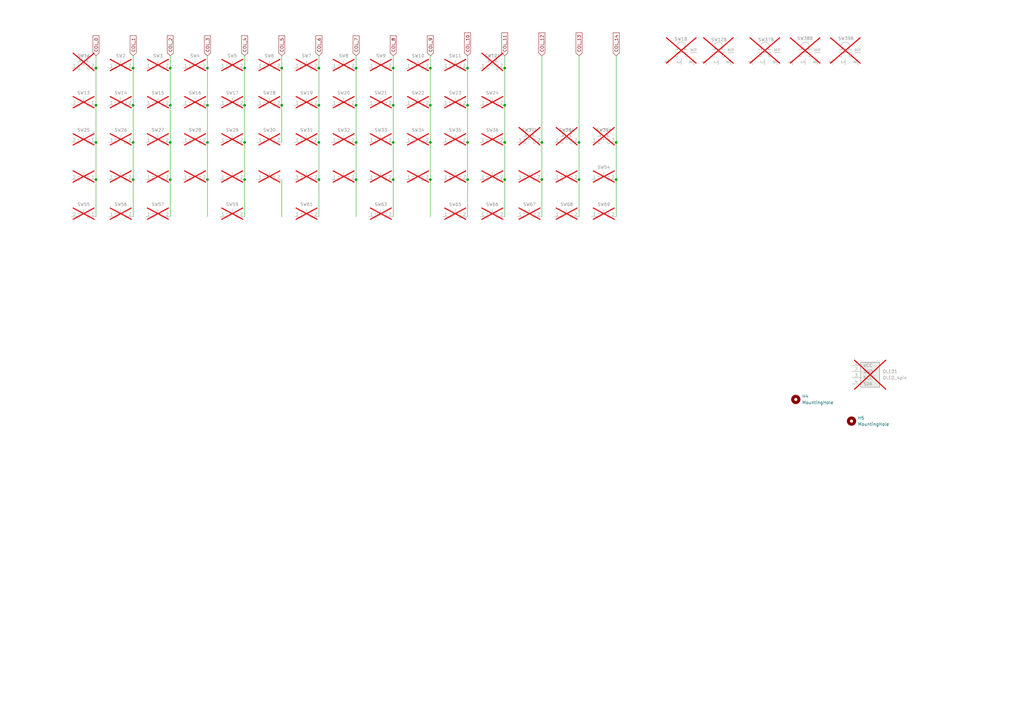
<source format=kicad_sch>
(kicad_sch (version 20250114) (generator "eeschema") (generator_version "9.0")
  (paper "A3")
  (title_block (title "Gökunge - Plate") (date "2025-06-26") (rev "v1.0.0") (company "Tweety's Wild Thinking") (comment 1 "Markus Knutsson <markus.knutsson@tweety.se>") (comment 2 "https://github.com/TweetyDaBird") (comment 3 "Licensed under Creative Commons BY-SA 4.0 International "))
  (lib_symbols
    (symbol "Keyboard Common:OLED_SH1007_128x128_1_5_inch" (pin_names (offset 1.016))
      (property "Reference" "OLED1" (at 7.62 0.0001 0))
      (property "Value" "OLED_SH1708SSD1306_128x32_0_91_inch" (at 7.62 -2.5399 0))
      (symbol "OLED_SH1007_128x128_1_5_inch_1_1"
        (rectangle (start -1.27 3.81) (end 6.35 -6.35) (stroke (width 0.254)) (fill (type background)))
        (pin power_in line (at -5.08 2.54 0) (length 3.81) (name "VCC") (number "1"))
        (pin power_out line (at -5.08 0 0) (length 3.81) (name "GND") (number "2"))
        (pin passive line (at -5.08 -2.54 0) (length 3.81) (name "SCL") (number "3"))
        (pin passive line (at -5.08 -5.08 0) (length 3.81) (name "SDA") (number "4"))
      )
    )
    (symbol "Keyboard Switches:SW_MX_HotSwap" (pin_names (offset 1.016) (hide yes))
      (property "Reference" "SW" (at -1.27 5.08 0))
      (symbol "SW_MX_HotSwap_0_1"
        (circle (center -2.032 0) (radius 0.508))
        (polyline (pts (xy 0 1.27) (xy 0 3.048)))
        (circle (center 2.032 0) (radius 0.508))
        (polyline (pts (xy 2.54 1.27) (xy -2.54 1.27)))
        (pin passive line (at 5.08 0 180) (length 2.54) (name "2") (number "2"))
      )
      (symbol "SW_MX_HotSwap_1_1"
        (pin passive line (at -5.08 0 0) (length 2.54) (name "1") (number "1"))
      )
    )
    (symbol "Keyboard Switches:SW_MX_HotSwap_Reversible_Encoder" (pin_names (offset 0.254) (hide yes))
      (property "Reference" "ENC_" (at 0 8.128 0))
      (symbol "SW_MX_HotSwap_Reversible_Encoder_0_1"
        (circle (center -2.032 1.27) (radius 0.508))
        (polyline (pts (xy -1.27 3.81) (xy -1.27 5.08) (xy -1.27 3.81) (xy -2.54 3.81)))
        (arc (start -1.27 3.81) (mid -1.7961 5.08) (end -1.27 6.35))
        (arc (start -1.27 6.35) (mid 0 6.8761) (end 1.27 6.35))
        (arc (start 1.27 6.35) (mid 1.7961 5.08) (end 1.27 3.81))
        (polyline (pts (xy 0 2.54) (xy 0 4.318)))
        (polyline (pts (xy 1.27 3.81) (xy 1.27 5.08) (xy 1.27 3.81) (xy 2.54 3.81) (xy 1.27 3.81)))
        (circle (center 2.032 1.27) (radius 0.508))
        (polyline (pts (xy 2.54 2.54) (xy -2.54 2.54)))
      )
      (symbol "SW_MX_HotSwap_Reversible_Encoder_1_1"
        (pin passive line (at -5.08 1.27 0) (length 2.54) (name "1") (number "1"))
        (pin passive line (at 5.08 1.27 180) (length 2.54) (name "2") (number "2"))
      )
      (symbol "SW_MX_HotSwap_Reversible_Encoder_2_1"
        (pin passive line (at -5.08 -2.54 90) (length 2.54) (name "A") (number "A"))
        (pin power_in line (at 0 -2.54 90) (length 2.54) (name "C") (number "C"))
        (pin passive line (at 5.08 -2.54 90) (length 2.54) (name "B") (number "B"))
        (pin power_in line (at 6.35 2.54 180) (length 2.54) (name "MP") (number "MP"))
        (pin power_in line (at 6.35 2.54 180) (length 2.54) (hide yes) (name "MP") (number "MP"))
      )
    )
    (symbol "Mechanical:MountingHole" (pin_names (offset 1.016)) (exclude_from_sim yes) (in_bom no)
      (property "Reference" "H" (at 0 5.08 0))
      (property "Value" "MountingHole" (at 0 3.175 0))
      (symbol "MountingHole_0_1"
        (circle (center 0 0) (radius 1.27) (stroke (width 1.27)))
      )
    )
    (symbol "Mechanical:MountingHole_Pad" (pin_numbers (hide yes)) (pin_names (offset 1.016) (hide yes)) (exclude_from_sim yes) (in_bom no)
      (property "Reference" "H" (at 0 6.35 0))
      (property "Value" "MountingHole_Pad" (at 0 4.445 0))
      (symbol "MountingHole_Pad_0_1"
        (circle (center 0 1.27) (radius 1.27) (stroke (width 1.27)))
      )
      (symbol "MountingHole_Pad_1_1"
        (pin input line (at 0 -2.54 90) (length 2.54) (name "1") (number "1"))
      )
    )
    (symbol "SW_MX_HotSwap_Reversible_Encoder_1" (pin_names (offset 0.254) (hide yes))
      (property "Reference" "ENC_" (at 0 8.128 0))
      (symbol "SW_MX_HotSwap_Reversible_Encoder_1_0_1"
        (circle (center -2.032 1.27) (radius 0.508))
        (polyline (pts (xy -1.27 3.81) (xy -1.27 5.08) (xy -1.27 3.81) (xy -2.54 3.81)))
        (arc (start -1.27 3.81) (mid -1.7961 5.08) (end -1.27 6.35))
        (arc (start -1.27 6.35) (mid 0 6.8761) (end 1.27 6.35))
        (arc (start 1.27 6.35) (mid 1.7961 5.08) (end 1.27 3.81))
        (polyline (pts (xy 0 2.54) (xy 0 4.318)))
        (polyline (pts (xy 1.27 3.81) (xy 1.27 5.08) (xy 1.27 3.81) (xy 2.54 3.81) (xy 1.27 3.81)))
        (circle (center 2.032 1.27) (radius 0.508))
        (polyline (pts (xy 2.54 2.54) (xy -2.54 2.54)))
      )
      (symbol "SW_MX_HotSwap_Reversible_Encoder_1_1_1"
        (pin passive line (at -5.08 1.27 0) (length 2.54) (name "1") (number "1"))
        (pin passive line (at 5.08 1.27 180) (length 2.54) (name "2") (number "2"))
      )
      (symbol "SW_MX_HotSwap_Reversible_Encoder_1_2_1"
        (pin passive line (at -5.08 -2.54 90) (length 2.54) (name "A") (number "A"))
        (pin power_in line (at 0 -2.54 90) (length 2.54) (name "C") (number "C"))
        (pin passive line (at 5.08 -2.54 90) (length 2.54) (name "B") (number "B"))
        (pin power_in line (at 6.35 2.54 180) (length 2.54) (name "MP") (number "MP"))
        (pin power_in line (at 6.35 2.54 180) (length 2.54) (hide yes) (name "MP") (number "MP"))
      )
    )
    (symbol "SW_MX_HotSwap_Reversible_Encoder_2" (pin_names (offset 0.254) (hide yes))
      (property "Reference" "ENC_" (at 0 8.128 0))
      (symbol "SW_MX_HotSwap_Reversible_Encoder_2_0_1"
        (circle (center -2.032 1.27) (radius 0.508))
        (polyline (pts (xy -1.27 3.81) (xy -1.27 5.08) (xy -1.27 3.81) (xy -2.54 3.81)))
        (arc (start -1.27 3.81) (mid -1.7961 5.08) (end -1.27 6.35))
        (arc (start -1.27 6.35) (mid 0 6.8761) (end 1.27 6.35))
        (arc (start 1.27 6.35) (mid 1.7961 5.08) (end 1.27 3.81))
        (polyline (pts (xy 0 2.54) (xy 0 4.318)))
        (polyline (pts (xy 1.27 3.81) (xy 1.27 5.08) (xy 1.27 3.81) (xy 2.54 3.81) (xy 1.27 3.81)))
        (circle (center 2.032 1.27) (radius 0.508))
        (polyline (pts (xy 2.54 2.54) (xy -2.54 2.54)))
      )
      (symbol "SW_MX_HotSwap_Reversible_Encoder_2_1_1"
        (pin passive line (at -5.08 1.27 0) (length 2.54) (name "1") (number "1"))
        (pin passive line (at 5.08 1.27 180) (length 2.54) (name "2") (number "2"))
      )
      (symbol "SW_MX_HotSwap_Reversible_Encoder_2_2_1"
        (pin passive line (at -5.08 -2.54 90) (length 2.54) (name "A") (number "A"))
        (pin power_in line (at 0 -2.54 90) (length 2.54) (name "C") (number "C"))
        (pin passive line (at 5.08 -2.54 90) (length 2.54) (name "B") (number "B"))
        (pin power_in line (at 6.35 2.54 180) (length 2.54) (name "MP") (number "MP"))
        (pin power_in line (at 6.35 2.54 180) (length 2.54) (hide yes) (name "MP") (number "MP"))
      )
    )
    (symbol "SW_MX_HotSwap_Reversible_Encoder_3" (pin_names (offset 0.254) (hide yes))
      (property "Reference" "ENC_" (at 0 8.128 0))
      (symbol "SW_MX_HotSwap_Reversible_Encoder_3_0_1"
        (circle (center -2.032 1.27) (radius 0.508))
        (polyline (pts (xy -1.27 3.81) (xy -1.27 5.08) (xy -1.27 3.81) (xy -2.54 3.81)))
        (arc (start -1.27 3.81) (mid -1.7961 5.08) (end -1.27 6.35))
        (arc (start -1.27 6.35) (mid 0 6.8761) (end 1.27 6.35))
        (arc (start 1.27 6.35) (mid 1.7961 5.08) (end 1.27 3.81))
        (polyline (pts (xy 0 2.54) (xy 0 4.318)))
        (polyline (pts (xy 1.27 3.81) (xy 1.27 5.08) (xy 1.27 3.81) (xy 2.54 3.81) (xy 1.27 3.81)))
        (circle (center 2.032 1.27) (radius 0.508))
        (polyline (pts (xy 2.54 2.54) (xy -2.54 2.54)))
      )
      (symbol "SW_MX_HotSwap_Reversible_Encoder_3_1_1"
        (pin passive line (at -5.08 1.27 0) (length 2.54) (name "1") (number "1"))
        (pin passive line (at 5.08 1.27 180) (length 2.54) (name "2") (number "2"))
      )
      (symbol "SW_MX_HotSwap_Reversible_Encoder_3_2_1"
        (pin passive line (at -5.08 -2.54 90) (length 2.54) (name "A") (number "A"))
        (pin power_in line (at 0 -2.54 90) (length 2.54) (name "C") (number "C"))
        (pin passive line (at 5.08 -2.54 90) (length 2.54) (name "B") (number "B"))
        (pin power_in line (at 6.35 2.54 180) (length 2.54) (name "MP") (number "MP"))
        (pin power_in line (at 6.35 2.54 180) (length 2.54) (hide yes) (name "MP") (number "MP"))
      )
    )
    (symbol "SW_MX_HotSwap_Reversible_Encoder_4" (pin_names (offset 0.254) (hide yes))
      (property "Reference" "ENC_" (at 0 8.128 0))
      (symbol "SW_MX_HotSwap_Reversible_Encoder_4_0_1"
        (circle (center -2.032 1.27) (radius 0.508))
        (polyline (pts (xy -1.27 3.81) (xy -1.27 5.08) (xy -1.27 3.81) (xy -2.54 3.81)))
        (arc (start -1.27 3.81) (mid -1.7961 5.08) (end -1.27 6.35))
        (arc (start -1.27 6.35) (mid 0 6.8761) (end 1.27 6.35))
        (arc (start 1.27 6.35) (mid 1.7961 5.08) (end 1.27 3.81))
        (polyline (pts (xy 0 2.54) (xy 0 4.318)))
        (polyline (pts (xy 1.27 3.81) (xy 1.27 5.08) (xy 1.27 3.81) (xy 2.54 3.81) (xy 1.27 3.81)))
        (circle (center 2.032 1.27) (radius 0.508))
        (polyline (pts (xy 2.54 2.54) (xy -2.54 2.54)))
      )
      (symbol "SW_MX_HotSwap_Reversible_Encoder_4_1_1"
        (pin passive line (at -5.08 1.27 0) (length 2.54) (name "1") (number "1"))
        (pin passive line (at 5.08 1.27 180) (length 2.54) (name "2") (number "2"))
      )
      (symbol "SW_MX_HotSwap_Reversible_Encoder_4_2_1"
        (pin passive line (at -5.08 -2.54 90) (length 2.54) (name "A") (number "A"))
        (pin power_in line (at 0 -2.54 90) (length 2.54) (name "C") (number "C"))
        (pin passive line (at 5.08 -2.54 90) (length 2.54) (name "B") (number "B"))
        (pin power_in line (at 6.35 2.54 180) (length 2.54) (name "MP") (number "MP"))
        (pin power_in line (at 6.35 2.54 180) (length 2.54) (hide yes) (name "MP") (number "MP"))
      )
    )
    (symbol "SW_MX_HotSwap_Reversible_Encoder_5" (pin_names (offset 0.254) (hide yes))
      (property "Reference" "ENC_" (at 0 8.128 0))
      (symbol "SW_MX_HotSwap_Reversible_Encoder_5_0_1"
        (circle (center -2.032 1.27) (radius 0.508))
        (polyline (pts (xy -1.27 3.81) (xy -1.27 5.08) (xy -1.27 3.81) (xy -2.54 3.81)))
        (arc (start -1.27 3.81) (mid -1.7961 5.08) (end -1.27 6.35))
        (arc (start -1.27 6.35) (mid 0 6.8761) (end 1.27 6.35))
        (arc (start 1.27 6.35) (mid 1.7961 5.08) (end 1.27 3.81))
        (polyline (pts (xy 0 2.54) (xy 0 4.318)))
        (polyline (pts (xy 1.27 3.81) (xy 1.27 5.08) (xy 1.27 3.81) (xy 2.54 3.81) (xy 1.27 3.81)))
        (circle (center 2.032 1.27) (radius 0.508))
        (polyline (pts (xy 2.54 2.54) (xy -2.54 2.54)))
      )
      (symbol "SW_MX_HotSwap_Reversible_Encoder_5_1_1"
        (pin passive line (at -5.08 1.27 0) (length 2.54) (name "1") (number "1"))
        (pin passive line (at 5.08 1.27 180) (length 2.54) (name "2") (number "2"))
      )
      (symbol "SW_MX_HotSwap_Reversible_Encoder_5_2_1"
        (pin passive line (at -5.08 -2.54 90) (length 2.54) (name "A") (number "A"))
        (pin power_in line (at 0 -2.54 90) (length 2.54) (name "C") (number "C"))
        (pin passive line (at 5.08 -2.54 90) (length 2.54) (name "B") (number "B"))
        (pin power_in line (at 6.35 2.54 180) (length 2.54) (name "MP") (number "MP"))
        (pin power_in line (at 6.35 2.54 180) (length 2.54) (hide yes) (name "MP") (number "MP"))
      )
    )
    (symbol "SW_MX_HotSwap_Reversible_Encoder_6" (pin_names (offset 0.254) (hide yes))
      (property "Reference" "ENC_" (at 0 8.128 0))
      (symbol "SW_MX_HotSwap_Reversible_Encoder_6_0_1"
        (circle (center -2.032 1.27) (radius 0.508))
        (polyline (pts (xy -1.27 3.81) (xy -1.27 5.08) (xy -1.27 3.81) (xy -2.54 3.81)))
        (arc (start -1.27 3.81) (mid -1.7961 5.08) (end -1.27 6.35))
        (arc (start -1.27 6.35) (mid 0 6.8761) (end 1.27 6.35))
        (arc (start 1.27 6.35) (mid 1.7961 5.08) (end 1.27 3.81))
        (polyline (pts (xy 0 2.54) (xy 0 4.318)))
        (polyline (pts (xy 1.27 3.81) (xy 1.27 5.08) (xy 1.27 3.81) (xy 2.54 3.81) (xy 1.27 3.81)))
        (circle (center 2.032 1.27) (radius 0.508))
        (polyline (pts (xy 2.54 2.54) (xy -2.54 2.54)))
      )
      (symbol "SW_MX_HotSwap_Reversible_Encoder_6_1_1"
        (pin passive line (at -5.08 1.27 0) (length 2.54) (name "1") (number "1"))
        (pin passive line (at 5.08 1.27 180) (length 2.54) (name "2") (number "2"))
      )
      (symbol "SW_MX_HotSwap_Reversible_Encoder_6_2_1"
        (pin passive line (at -5.08 -2.54 90) (length 2.54) (name "A") (number "A"))
        (pin power_in line (at 0 -2.54 90) (length 2.54) (name "C") (number "C"))
        (pin passive line (at 5.08 -2.54 90) (length 2.54) (name "B") (number "B"))
        (pin power_in line (at 6.35 2.54 180) (length 2.54) (name "MP") (number "MP"))
        (pin power_in line (at 6.35 2.54 180) (length 2.54) (hide yes) (name "MP") (number "MP"))
      )
    )
    (symbol "SW_MX_HotSwap_Reversible_Encoder_7" (pin_names (offset 0.254) (hide yes))
      (property "Reference" "ENC_" (at 0 8.128 0))
      (symbol "SW_MX_HotSwap_Reversible_Encoder_7_0_1"
        (circle (center -2.032 1.27) (radius 0.508))
        (polyline (pts (xy -1.27 3.81) (xy -1.27 5.08) (xy -1.27 3.81) (xy -2.54 3.81)))
        (arc (start -1.27 3.81) (mid -1.7961 5.08) (end -1.27 6.35))
        (arc (start -1.27 6.35) (mid 0 6.8761) (end 1.27 6.35))
        (arc (start 1.27 6.35) (mid 1.7961 5.08) (end 1.27 3.81))
        (polyline (pts (xy 0 2.54) (xy 0 4.318)))
        (polyline (pts (xy 1.27 3.81) (xy 1.27 5.08) (xy 1.27 3.81) (xy 2.54 3.81) (xy 1.27 3.81)))
        (circle (center 2.032 1.27) (radius 0.508))
        (polyline (pts (xy 2.54 2.54) (xy -2.54 2.54)))
      )
      (symbol "SW_MX_HotSwap_Reversible_Encoder_7_1_1"
        (pin passive line (at -5.08 1.27 0) (length 2.54) (name "1") (number "1"))
        (pin passive line (at 5.08 1.27 180) (length 2.54) (name "2") (number "2"))
      )
      (symbol "SW_MX_HotSwap_Reversible_Encoder_7_2_1"
        (pin passive line (at -5.08 -2.54 90) (length 2.54) (name "A") (number "A"))
        (pin power_in line (at 0 -2.54 90) (length 2.54) (name "C") (number "C"))
        (pin passive line (at 5.08 -2.54 90) (length 2.54) (name "B") (number "B"))
        (pin power_in line (at 6.35 2.54 180) (length 2.54) (name "MP") (number "MP"))
        (pin power_in line (at 6.35 2.54 180) (length 2.54) (hide yes) (name "MP") (number "MP"))
      )
    )
    (symbol "SW_MX_HotSwap_Reversible_Encoder_8" (pin_names (offset 0.254) (hide yes))
      (property "Reference" "ENC_" (at 0 8.128 0))
      (symbol "SW_MX_HotSwap_Reversible_Encoder_8_0_1"
        (circle (center -2.032 1.27) (radius 0.508))
        (polyline (pts (xy -1.27 3.81) (xy -1.27 5.08) (xy -1.27 3.81) (xy -2.54 3.81)))
        (arc (start -1.27 3.81) (mid -1.7961 5.08) (end -1.27 6.35))
        (arc (start -1.27 6.35) (mid 0 6.8761) (end 1.27 6.35))
        (arc (start 1.27 6.35) (mid 1.7961 5.08) (end 1.27 3.81))
        (polyline (pts (xy 0 2.54) (xy 0 4.318)))
        (polyline (pts (xy 1.27 3.81) (xy 1.27 5.08) (xy 1.27 3.81) (xy 2.54 3.81) (xy 1.27 3.81)))
        (circle (center 2.032 1.27) (radius 0.508))
        (polyline (pts (xy 2.54 2.54) (xy -2.54 2.54)))
      )
      (symbol "SW_MX_HotSwap_Reversible_Encoder_8_1_1"
        (pin passive line (at -5.08 1.27 0) (length 2.54) (name "1") (number "1"))
        (pin passive line (at 5.08 1.27 180) (length 2.54) (name "2") (number "2"))
      )
      (symbol "SW_MX_HotSwap_Reversible_Encoder_8_2_1"
        (pin passive line (at -5.08 -2.54 90) (length 2.54) (name "A") (number "A"))
        (pin power_in line (at 0 -2.54 90) (length 2.54) (name "C") (number "C"))
        (pin passive line (at 5.08 -2.54 90) (length 2.54) (name "B") (number "B"))
        (pin power_in line (at 6.35 2.54 180) (length 2.54) (name "MP") (number "MP"))
        (pin power_in line (at 6.35 2.54 180) (length 2.54) (hide yes) (name "MP") (number "MP"))
      )
    )
    (symbol "SW_MX_HotSwap_Reversible_Encoder_9" (pin_names (offset 0.254) (hide yes))
      (property "Reference" "ENC_" (at 0 8.128 0))
      (symbol "SW_MX_HotSwap_Reversible_Encoder_9_0_1"
        (circle (center -2.032 1.27) (radius 0.508))
        (polyline (pts (xy -1.27 3.81) (xy -1.27 5.08) (xy -1.27 3.81) (xy -2.54 3.81)))
        (arc (start -1.27 3.81) (mid -1.7961 5.08) (end -1.27 6.35))
        (arc (start -1.27 6.35) (mid 0 6.8761) (end 1.27 6.35))
        (arc (start 1.27 6.35) (mid 1.7961 5.08) (end 1.27 3.81))
        (polyline (pts (xy 0 2.54) (xy 0 4.318)))
        (polyline (pts (xy 1.27 3.81) (xy 1.27 5.08) (xy 1.27 3.81) (xy 2.54 3.81) (xy 1.27 3.81)))
        (circle (center 2.032 1.27) (radius 0.508))
        (polyline (pts (xy 2.54 2.54) (xy -2.54 2.54)))
      )
      (symbol "SW_MX_HotSwap_Reversible_Encoder_9_1_1"
        (pin passive line (at -5.08 1.27 0) (length 2.54) (name "1") (number "1"))
        (pin passive line (at 5.08 1.27 180) (length 2.54) (name "2") (number "2"))
      )
      (symbol "SW_MX_HotSwap_Reversible_Encoder_9_2_1"
        (pin passive line (at -5.08 -2.54 90) (length 2.54) (name "A") (number "A"))
        (pin power_in line (at 0 -2.54 90) (length 2.54) (name "C") (number "C"))
        (pin passive line (at 5.08 -2.54 90) (length 2.54) (name "B") (number "B"))
        (pin power_in line (at 6.35 2.54 180) (length 2.54) (name "MP") (number "MP"))
        (pin power_in line (at 6.35 2.54 180) (length 2.54) (hide yes) (name "MP") (number "MP"))
      )
    )
    (symbol "power:Earth_Protective" (power) (pin_names (offset 0))
      (symbol "Earth_Protective_0_1"
        (polyline (pts (xy -0.635 -4.445) (xy 0.635 -4.445)))
        (polyline (pts (xy -0.127 -5.08) (xy 0.127 -5.08)))
        (polyline (pts (xy 0 -3.81) (xy 0 0)))
        (circle (center 0 -3.81) (radius 2.54))
        (polyline (pts (xy 1.27 -3.81) (xy -1.27 -3.81)))
      )
      (symbol "Earth_Protective_1_1"
        (pin power_in line (at 0 0 270) (length 0) (hide yes) (name "Earth_Protective") (number "1"))
      )
    )
  )
  (junction (at 54.61 58.42))
  (junction (at 207.01 73.66))
  (junction (at 191.77 43.18))
  (junction (at 130.81 27.94))
  (junction (at 130.81 43.18))
  (junction (at 69.85 43.18))
  (junction (at 115.57 27.94))
  (junction (at 176.53 43.18))
  (junction (at 191.77 73.66))
  (junction (at 222.25 73.66))
  (junction (at 237.49 58.42))
  (junction (at 207.01 43.18))
  (junction (at 207.01 27.94))
  (junction (at 100.33 58.42))
  (junction (at 191.77 58.42))
  (junction (at 85.09 58.42))
  (junction (at 39.37 58.42))
  (junction (at 237.49 73.66))
  (junction (at 161.29 27.94))
  (junction (at 161.29 43.18))
  (junction (at 146.05 73.66))
  (junction (at 100.33 43.18))
  (junction (at 85.09 27.94))
  (junction (at 130.81 73.66))
  (junction (at 252.73 73.66))
  (junction (at 146.05 27.94))
  (junction (at 252.73 58.42))
  (junction (at 69.85 73.66))
  (junction (at 54.61 73.66))
  (junction (at 146.05 43.18))
  (junction (at 130.81 58.42))
  (junction (at 146.05 58.42))
  (junction (at 100.33 27.94))
  (junction (at 176.53 73.66))
  (junction (at 115.57 43.18))
  (junction (at 39.37 73.66))
  (junction (at 69.85 27.94))
  (junction (at 39.37 43.18))
  (junction (at 176.53 27.94))
  (junction (at 69.85 58.42))
  (junction (at 161.29 73.66))
  (junction (at 207.01 58.42))
  (junction (at 176.53 58.42))
  (junction (at 161.29 58.42))
  (junction (at 85.09 73.66))
  (junction (at 54.61 27.94))
  (junction (at 191.77 27.94))
  (junction (at 222.25 58.42))
  (junction (at 39.37 27.94))
  (junction (at 54.61 43.18))
  (junction (at 100.33 73.66))
  (junction (at 85.09 43.18))
  (wire (pts (xy 207.01 73.66) (xy 207.01 88.9)))
  (wire (pts (xy 176.53 43.18) (xy 176.53 58.42)))
  (wire (pts (xy 207.01 58.42) (xy 207.01 73.66)))
  (wire (pts (xy 222.25 22.86) (xy 222.25 58.42)))
  (wire (pts (xy 54.61 43.18) (xy 54.61 58.42)))
  (wire (pts (xy 222.25 73.66) (xy 222.25 88.9)))
  (wire (pts (xy 146.05 22.86) (xy 146.05 27.94)))
  (wire (pts (xy 54.61 27.94) (xy 54.61 43.18)))
  (wire (pts (xy 176.53 27.94) (xy 176.53 43.18)))
  (wire (pts (xy 130.81 58.42) (xy 130.81 73.66)))
  (wire (pts (xy 191.77 73.66) (xy 191.77 88.9)))
  (wire (pts (xy 69.85 58.42) (xy 69.85 73.66)))
  (wire (pts (xy 69.85 22.86) (xy 69.85 27.94)))
  (wire (pts (xy 252.73 58.42) (xy 252.73 73.66)))
  (wire (pts (xy 191.77 43.18) (xy 191.77 58.42)))
  (wire (pts (xy 191.77 22.86) (xy 191.77 27.94)))
  (wire (pts (xy 85.09 27.94) (xy 85.09 43.18)))
  (wire (pts (xy 161.29 27.94) (xy 161.29 43.18)))
  (wire (pts (xy 207.01 43.18) (xy 207.01 58.42)))
  (wire (pts (xy 85.09 22.86) (xy 85.09 27.94)))
  (wire (pts (xy 207.01 22.86) (xy 207.01 27.94)))
  (wire (pts (xy 176.53 22.86) (xy 176.53 27.94)))
  (wire (pts (xy 115.57 27.94) (xy 115.57 43.18)))
  (wire (pts (xy 39.37 58.42) (xy 39.37 73.66)))
  (wire (pts (xy 191.77 58.42) (xy 191.77 73.66)))
  (wire (pts (xy 252.73 73.66) (xy 252.73 88.9)))
  (wire (pts (xy 85.09 43.18) (xy 85.09 58.42)))
  (wire (pts (xy 100.33 22.86) (xy 100.33 27.94)))
  (wire (pts (xy 100.33 27.94) (xy 100.33 43.18)))
  (wire (pts (xy 237.49 22.86) (xy 237.49 58.42)))
  (wire (pts (xy 161.29 58.42) (xy 161.29 73.66)))
  (wire (pts (xy 161.29 43.18) (xy 161.29 58.42)))
  (wire (pts (xy 85.09 58.42) (xy 85.09 73.66)))
  (wire (pts (xy 115.57 43.18) (xy 115.57 58.42)))
  (wire (pts (xy 39.37 73.66) (xy 39.37 88.9)))
  (wire (pts (xy 54.61 73.66) (xy 54.61 88.9)))
  (wire (pts (xy 130.81 43.18) (xy 130.81 58.42)))
  (wire (pts (xy 191.77 27.94) (xy 191.77 43.18)))
  (wire (pts (xy 85.09 73.66) (xy 85.09 88.9)))
  (wire (pts (xy 130.81 27.94) (xy 130.81 43.18)))
  (wire (pts (xy 161.29 22.86) (xy 161.29 27.94)))
  (wire (pts (xy 39.37 22.86) (xy 39.37 27.94)))
  (wire (pts (xy 146.05 73.66) (xy 146.05 88.9)))
  (wire (pts (xy 237.49 58.42) (xy 237.49 73.66)))
  (wire (pts (xy 146.05 27.94) (xy 146.05 43.18)))
  (wire (pts (xy 130.81 22.86) (xy 130.81 27.94)))
  (wire (pts (xy 69.85 73.66) (xy 69.85 88.9)))
  (wire (pts (xy 39.37 27.94) (xy 39.37 43.18)))
  (wire (pts (xy 69.85 43.18) (xy 69.85 58.42)))
  (wire (pts (xy 39.37 43.18) (xy 39.37 58.42)))
  (wire (pts (xy 176.53 58.42) (xy 176.53 73.66)))
  (wire (pts (xy 252.73 22.86) (xy 252.73 58.42)))
  (wire (pts (xy 100.33 43.18) (xy 100.33 58.42)))
  (wire (pts (xy 115.57 73.66) (xy 115.57 88.9)))
  (wire (pts (xy 176.53 73.66) (xy 176.53 88.9)))
  (wire (pts (xy 222.25 58.42) (xy 222.25 73.66)))
  (wire (pts (xy 146.05 58.42) (xy 146.05 73.66)))
  (wire (pts (xy 100.33 58.42) (xy 100.33 73.66)))
  (wire (pts (xy 130.81 73.66) (xy 130.81 88.9)))
  (wire (pts (xy 115.57 22.86) (xy 115.57 27.94)))
  (wire (pts (xy 54.61 22.86) (xy 54.61 27.94)))
  (wire (pts (xy 207.01 27.94) (xy 207.01 43.18)))
  (wire (pts (xy 146.05 43.18) (xy 146.05 58.42)))
  (wire (pts (xy 237.49 73.66) (xy 237.49 88.9)))
  (wire (pts (xy 54.61 58.42) (xy 54.61 73.66)))
  (wire (pts (xy 69.85 27.94) (xy 69.85 43.18)))
  (wire (pts (xy 100.33 73.66) (xy 100.33 88.9)))
  (wire (pts (xy 161.29 73.66) (xy 161.29 88.9)))
  (global_label "COL_3" (shape input) (at 85.09 22.86 90) (property "Intersheetrefs" "${INTERSHEET_REFS}" (effects (hide yes))))
  (global_label "COL_9" (shape input) (at 176.53 22.86 90) (property "Intersheetrefs" "${INTERSHEET_REFS}" (effects (hide yes))))
  (global_label "COL_6" (shape input) (at 130.81 22.86 90) (property "Intersheetrefs" "${INTERSHEET_REFS}" (effects (hide yes))))
  (global_label "COL_2" (shape input) (at 69.85 22.86 90) (property "Intersheetrefs" "${INTERSHEET_REFS}" (effects (hide yes))))
  (global_label "COL_13" (shape input) (at 237.49 22.86 90) (property "Intersheetrefs" "${INTERSHEET_REFS}" (effects (hide yes))))
  (global_label "COL_0" (shape input) (at 39.37 22.86 90) (property "Intersheetrefs" "${INTERSHEET_REFS}" (effects (hide yes))))
  (global_label "COL_5" (shape input) (at 115.57 22.86 90) (property "Intersheetrefs" "${INTERSHEET_REFS}" (effects (hide yes))))
  (global_label "COL_7" (shape input) (at 146.05 22.86 90) (property "Intersheetrefs" "${INTERSHEET_REFS}" (effects (hide yes))))
  (global_label "COL_1" (shape input) (at 54.61 22.86 90) (property "Intersheetrefs" "${INTERSHEET_REFS}" (effects (hide yes))))
  (global_label "COL_10" (shape input) (at 191.77 22.86 90) (property "Intersheetrefs" "${INTERSHEET_REFS}" (effects (hide yes))))
  (global_label "COL_4" (shape input) (at 100.33 22.86 90) (property "Intersheetrefs" "${INTERSHEET_REFS}" (effects (hide yes))))
  (global_label "COL_11" (shape input) (at 207.01 22.86 90) (property "Intersheetrefs" "${INTERSHEET_REFS}" (effects (hide yes))))
  (global_label "COL_8" (shape input) (at 161.29 22.86 90) (property "Intersheetrefs" "${INTERSHEET_REFS}" (effects (hide yes))))
  (global_label "COL_12" (shape input) (at 222.25 22.86 90) (property "Intersheetrefs" "${INTERSHEET_REFS}" (effects (hide yes))))
  (global_label "COL_14" (shape input) (at 252.73 22.86 90) (property "Intersheetrefs" "${INTERSHEET_REFS}" (effects (hide yes))))
  (symbol (lib_id "Keyboard Switches:SW_MX_HotSwap") (at 64.77 88.9 0) (unit 1) (in_bom no) (dnp yes)
    (property "Reference" "SW57" (at 64.77 83.82 0))
    (property "Value" "SW_MX_HotSwap" (effects (hide yes)))
    (property "Footprint" "Keyboard_Plate:SW_MX_Plate_Placeholder_nodrill_NOBORDER_13,9" (effects (hide yes)))
    (property "Description" "Push button switch, generic, two pins" (effects (hide yes)))
  )
  (symbol (lib_id "Mechanical:MountingHole") (at 349.25 172.72 0) (unit 1) (exclude_from_sim yes) (in_bom no)
    (property "Reference" "H5" (at 351.79 171.4499 0) (effects (justify left)))
    (property "Value" "MountingHole" (at 351.79 173.9899 0) (effects (justify left)))
    (property "Footprint" "Keyboard_Plate:Poke Hole 1,6" (effects (hide yes)))
    (property "Description" "Mounting Hole without connection" (effects (hide yes)))
  )
  (symbol (lib_id "Keyboard Switches:SW_MX_HotSwap") (at 232.41 73.66 0) (unit 1) (in_bom no) (dnp yes)
    (property "Reference" "SW53" (effects (hide yes)))
    (property "Value" "SW_MX_HotSwap" (effects (hide yes)))
    (property "Footprint" "Keyboard_Plate:SW_MX_Plate_Placeholder_nodrill_NOBORDER_13,9" (effects (hide yes)))
    (property "Description" "Push button switch, generic, two pins" (effects (hide yes)))
  )
  (symbol (lib_id "Keyboard Switches:SW_MX_HotSwap") (at 34.29 58.42 0) (mirror y) (unit 1) (in_bom no) (dnp yes)
    (property "Reference" "SW25" (at 34.29 53.34 0))
    (property "Value" "SW_MX_HotSwap" (effects (hide yes)))
    (property "Footprint" "Keyboard_Plate:SW_MX_Plate_Placeholder_nodrill_NOBORDER_13,9" (effects (hide yes)))
    (property "Description" "Push button switch, generic, two pins" (effects (hide yes)))
  )
  (symbol (lib_id "Keyboard Switches:SW_MX_HotSwap") (at 186.69 27.94 0) (unit 1) (in_bom no) (dnp yes)
    (property "Reference" "SW11" (at 186.69 22.86 0))
    (property "Value" "SW_MX_HotSwap" (effects (hide yes)))
    (property "Footprint" "Keyboard_Plate:SW_MX_Plate_Placeholder_nodrill_NOBORDER_13,9" (effects (hide yes)))
    (property "Description" "Push button switch, generic, two pins" (effects (hide yes)))
  )
  (symbol (lib_id "Keyboard Switches:SW_MX_HotSwap") (at 64.77 43.18 0) (unit 1) (in_bom no) (dnp yes)
    (property "Reference" "SW15" (at 64.77 38.1 0))
    (property "Value" "SW_MX_HotSwap" (effects (hide yes)))
    (property "Footprint" "Keyboard_Plate:SW_MX_Plate_Placeholder_nodrill_NOBORDER_13,9" (effects (hide yes)))
    (property "Description" "Push button switch, generic, two pins" (effects (hide yes)))
  )
  (symbol (lib_id "Keyboard Switches:SW_MX_HotSwap") (at 125.73 27.94 0) (unit 1) (in_bom no) (dnp yes)
    (property "Reference" "SW7" (at 125.73 22.86 0))
    (property "Value" "SW_MX_HotSwap" (effects (hide yes)))
    (property "Footprint" "Keyboard_Plate:SW_MX_Plate_Placeholder_nodrill_NOBORDER_13,9" (effects (hide yes)))
    (property "Description" "Push button switch, generic, two pins" (effects (hide yes)))
  )
  (symbol (lib_id "Keyboard Switches:SW_MX_HotSwap") (at 186.69 58.42 0) (unit 1) (in_bom no) (dnp yes)
    (property "Reference" "SW35" (at 186.69 53.34 0))
    (property "Value" "SW_MX_HotSwap" (effects (hide yes)))
    (property "Footprint" "Keyboard_Plate:SW_MX_Plate_Placeholder_nodrill_NOBORDER_13,9" (effects (hide yes)))
    (property "Description" "Push button switch, generic, two pins" (effects (hide yes)))
  )
  (symbol (lib_id "Keyboard Switches:SW_MX_HotSwap") (at 201.93 43.18 0) (unit 1) (in_bom no) (dnp yes)
    (property "Reference" "SW24" (at 201.93 38.1 0))
    (property "Value" "SW_MX_HotSwap" (effects (hide yes)))
    (property "Footprint" "Keyboard_Plate:SW_MX_Plate_Placeholder_nodrill_NOBORDER_13,9" (effects (hide yes)))
    (property "Description" "Push button switch, generic, two pins" (effects (hide yes)))
  )
  (symbol (lib_id "Keyboard Switches:SW_MX_HotSwap") (at 49.53 73.66 0) (unit 1) (in_bom no) (dnp yes)
    (property "Reference" "SW41" (effects (hide yes)))
    (property "Value" "SW_MX_HotSwap" (effects (hide yes)))
    (property "Footprint" "Keyboard_Plate:SW_MX_Plate_Placeholder_nodrill_NOBORDER_13,9" (effects (hide yes)))
    (property "Description" "Push button switch, generic, two pins" (effects (hide yes)))
  )
  (symbol (lib_id "Keyboard Switches:SW_MX_HotSwap") (at 156.21 43.18 0) (unit 1) (in_bom no) (dnp yes)
    (property "Reference" "SW21" (at 156.21 38.1 0))
    (property "Value" "SW_MX_HotSwap" (effects (hide yes)))
    (property "Footprint" "Keyboard_Plate:SW_MX_Plate_Placeholder_nodrill_NOBORDER_13,9" (effects (hide yes)))
    (property "Description" "Push button switch, generic, two pins" (effects (hide yes)))
  )
  (symbol (lib_id "Keyboard Switches:SW_MX_HotSwap_Reversible_Encoder") (at 201.93 29.21 0) (unit 1) (in_bom no) (dnp yes)
    (property "Reference" "SW12" (at 201.93 22.86 0))
    (property "Value" "Rotary_Encoder_Click_experiment" (effects (hide yes)))
    (property "Footprint" "Keyboard_Plate:SW_MX_Plate_Placeholder_nodrill_NOBORDER_13,9" (effects (hide yes)))
    (property "Description" "Rotary encoder, dual channel, incremental quadrate outputs, with switch" (effects (hide yes)))
  )
  (symbol (lib_name "SW_MX_HotSwap_Reversible_Encoder_1") (lib_id "Keyboard Switches:SW_MX_HotSwap_Reversible_Encoder") (at 294.64 24.13 0) (unit 2) (in_bom no) (dnp yes)
    (property "Reference" "SW12" (at 291.592 16.256 0) (effects (justify left)))
    (property "Value" "Rotary_Encoder_Click_experiment" (effects (hide yes)))
    (property "Footprint" "Keyboard_Plate:SW_MX_Plate_Placeholder_nodrill_NOBORDER_13,9" (effects (hide yes)))
    (property "Description" "Rotary encoder, dual channel, incremental quadrate outputs, with switch" (effects (hide yes)))
  )
  (symbol (lib_id "Keyboard Switches:SW_MX_HotSwap") (at 247.65 73.66 0) (unit 1) (in_bom no) (dnp yes)
    (property "Reference" "SW54" (at 247.65 68.58 0))
    (property "Value" "SW_MX_HotSwap" (effects (hide yes)))
    (property "Footprint" "Keyboard_Plate:SW_MX_Plate_Placeholder_nodrill_NOBORDER_13,9" (effects (hide yes)))
    (property "Description" "Push button switch, generic, two pins" (effects (hide yes)))
  )
  (symbol (lib_id "Keyboard Switches:SW_MX_HotSwap") (at 140.97 58.42 0) (unit 1) (in_bom no) (dnp yes)
    (property "Reference" "SW32" (at 140.97 53.34 0))
    (property "Value" "SW_MX_HotSwap" (effects (hide yes)))
    (property "Footprint" "Keyboard_Plate:SW_MX_Plate_Placeholder_nodrill_NOBORDER_13,9" (effects (hide yes)))
    (property "Description" "Push button switch, generic, two pins" (effects (hide yes)))
  )
  (symbol (lib_id "Keyboard Switches:SW_MX_HotSwap") (at 156.21 58.42 0) (unit 1) (in_bom no) (dnp yes)
    (property "Reference" "SW33" (at 156.21 53.34 0))
    (property "Value" "SW_MX_HotSwap" (effects (hide yes)))
    (property "Footprint" "Keyboard_Plate:SW_MX_Plate_Placeholder_nodrill_NOBORDER_13,9" (effects (hide yes)))
    (property "Description" "Push button switch, generic, two pins" (effects (hide yes)))
  )
  (symbol (lib_id "Keyboard Switches:SW_MX_HotSwap") (at 156.21 27.94 0) (unit 1) (in_bom no) (dnp yes)
    (property "Reference" "SW9" (at 156.21 22.86 0))
    (property "Value" "SW_MX_HotSwap" (effects (hide yes)))
    (property "Footprint" "Keyboard_Plate:SW_MX_Plate_Placeholder_nodrill_NOBORDER_13,9" (effects (hide yes)))
    (property "Description" "Push button switch, generic, two pins" (effects (hide yes)))
  )
  (symbol (lib_id "Keyboard Switches:SW_MX_HotSwap") (at 34.29 43.18 0) (mirror y) (unit 1) (in_bom no) (dnp yes)
    (property "Reference" "SW13" (at 34.29 38.1 0))
    (property "Value" "SW_MX_HotSwap" (effects (hide yes)))
    (property "Footprint" "Keyboard_Plate:SW_MX_Plate_Placeholder_nodrill_NOBORDER_13,9" (effects (hide yes)))
    (property "Description" "Push button switch, generic, two pins" (effects (hide yes)))
  )
  (symbol (lib_id "Keyboard Switches:SW_MX_HotSwap") (at 171.45 73.66 0) (unit 1) (in_bom no) (dnp yes)
    (property "Reference" "SW49" (effects (hide yes)))
    (property "Value" "SW_MX_HotSwap" (effects (hide yes)))
    (property "Footprint" "Keyboard_Plate:SW_MX_Plate_Placeholder_nodrill_NOBORDER_13,9" (effects (hide yes)))
    (property "Description" "Push button switch, generic, two pins" (effects (hide yes)))
  )
  (symbol (lib_id "Keyboard Switches:SW_MX_HotSwap") (at 95.25 73.66 0) (unit 1) (in_bom no) (dnp yes)
    (property "Reference" "SW44" (effects (hide yes)))
    (property "Value" "SW_MX_HotSwap" (effects (hide yes)))
    (property "Footprint" "Keyboard_Plate:SW_MX_Plate_Placeholder_nodrill_NOBORDER_13,9" (effects (hide yes)))
    (property "Description" "Push button switch, generic, two pins" (effects (hide yes)))
  )
  (symbol (lib_id "Keyboard Switches:SW_MX_HotSwap") (at 201.93 58.42 0) (unit 1) (in_bom no) (dnp yes)
    (property "Reference" "SW36" (at 201.93 53.34 0))
    (property "Value" "SW_MX_HotSwap" (effects (hide yes)))
    (property "Footprint" "Keyboard_Plate:SW_MX_Plate_Placeholder_nodrill_NOBORDER_13,9" (effects (hide yes)))
    (property "Description" "Push button switch, generic, two pins" (effects (hide yes)))
  )
  (symbol (lib_id "Keyboard Switches:SW_MX_HotSwap") (at 95.25 27.94 0) (unit 1) (in_bom no) (dnp yes)
    (property "Reference" "SW5" (at 95.25 22.86 0))
    (property "Value" "SW_MX_HotSwap" (effects (hide yes)))
    (property "Footprint" "Keyboard_Plate:SW_MX_Plate_Placeholder_nodrill_NOBORDER_13,9" (effects (hide yes)))
    (property "Description" "Push button switch, generic, two pins" (effects (hide yes)))
  )
  (symbol (lib_id "Keyboard Switches:SW_MX_HotSwap") (at 171.45 27.94 0) (unit 1) (in_bom no) (dnp yes)
    (property "Reference" "SW10" (at 171.45 22.86 0))
    (property "Value" "SW_MX_HotSwap" (effects (hide yes)))
    (property "Footprint" "Keyboard_Plate:SW_MX_Plate_Placeholder_nodrill_NOBORDER_13,9" (effects (hide yes)))
    (property "Description" "Push button switch, generic, two pins" (effects (hide yes)))
  )
  (symbol (lib_id "Keyboard Switches:SW_MX_HotSwap") (at 201.93 73.66 0) (unit 1) (in_bom no) (dnp yes)
    (property "Reference" "SW51" (effects (hide yes)))
    (property "Value" "SW_MX_HotSwap" (effects (hide yes)))
    (property "Footprint" "Keyboard_Plate:SW_MX_Plate_Placeholder_nodrill_NOBORDER_13,9" (effects (hide yes)))
    (property "Description" "Push button switch, generic, two pins" (effects (hide yes)))
  )
  (symbol (lib_id "Keyboard Switches:SW_MX_HotSwap") (at 156.21 73.66 0) (unit 1) (in_bom no) (dnp yes)
    (property "Reference" "SW48" (effects (hide yes)))
    (property "Value" "SW_MX_HotSwap" (effects (hide yes)))
    (property "Footprint" "Keyboard_Plate:SW_MX_Plate_Placeholder_nodrill_NOBORDER_13,9" (effects (hide yes)))
    (property "Description" "Push button switch, generic, two pins" (effects (hide yes)))
  )
  (symbol (lib_id "Keyboard Switches:SW_MX_HotSwap") (at 125.73 88.9 0) (unit 1) (in_bom no) (dnp yes)
    (property "Reference" "SW61" (at 125.73 83.82 0))
    (property "Value" "SW_MX_HotSwap" (effects (hide yes)))
    (property "Footprint" "Keyboard_Plate:SW_MX_Plate_Placeholder_nodrill_NOBORDER_13,9" (effects (hide yes)))
    (property "Description" "Push button switch, generic, two pins" (effects (hide yes)))
  )
  (symbol (lib_id "power:Earth_Protective") (at 474.98 228.6 0) (unit 1)
    (property "Reference" "#PWR039" (effects (hide yes)))
    (property "Value" "Earth_Protective" (effects (hide yes)))
  )
  (symbol (lib_id "Keyboard Switches:SW_MX_HotSwap") (at 64.77 58.42 0) (unit 1) (in_bom no) (dnp yes)
    (property "Reference" "SW27" (at 64.77 53.34 0))
    (property "Value" "SW_MX_HotSwap" (effects (hide yes)))
    (property "Footprint" "Keyboard_Plate:SW_MX_Plate_Placeholder_nodrill_NOBORDER_13,9" (effects (hide yes)))
    (property "Description" "Push button switch, generic, two pins" (effects (hide yes)))
  )
  (symbol (lib_id "Keyboard Switches:SW_MX_HotSwap") (at 186.69 43.18 0) (unit 1) (in_bom no) (dnp yes)
    (property "Reference" "SW23" (at 186.69 38.1 0))
    (property "Value" "SW_MX_HotSwap" (effects (hide yes)))
    (property "Footprint" "Keyboard_Plate:SW_MX_Plate_Placeholder_nodrill_NOBORDER_13,9" (effects (hide yes)))
    (property "Description" "Push button switch, generic, two pins" (effects (hide yes)))
  )
  (symbol (lib_id "Keyboard Common:OLED_SH1007_128x128_1_5_inch") (at 354.33 152.4 0) (unit 1) (in_bom no) (dnp yes)
    (property "Reference" "OLED1" (at 361.95 152.3999 0) (effects (justify left)))
    (property "Value" "OLED_4pin" (at 361.95 154.9399 0) (effects (justify left)))
    (property "Footprint" "Keyboard_Plate:OLED_SH1007_Plate" (effects (hide yes)))
    (property "Description" "Generic connector, single row, 01x04, script generated (kicad-library-utils/schlib/autogen/connector/)" (effects (hide yes)))
  )
  (symbol (lib_id "Keyboard Switches:SW_MX_HotSwap") (at 217.17 73.66 0) (unit 1) (in_bom no) (dnp yes)
    (property "Reference" "SW52" (effects (hide yes)))
    (property "Value" "SW_MX_HotSwap" (effects (hide yes)))
    (property "Footprint" "Keyboard_Plate:SW_MX_Plate_Placeholder_nodrill_NOBORDER_13,9" (effects (hide yes)))
    (property "Description" "Push button switch, generic, two pins" (effects (hide yes)))
  )
  (symbol (lib_id "Mechanical:MountingHole_Pad") (at 462.28 226.06 0) (unit 1) (exclude_from_sim yes) (in_bom no)
    (property "Reference" "H2" (at 464.82 223.5199 0) (effects (justify left)))
    (property "Value" "VAL**" (at 464.82 226.0599 0) (effects (justify left)))
    (property "Footprint" "Keyboard_Plate:PKRHSL" (effects (hide yes)))
    (property "Description" "Mounting Hole with connection" (effects (hide yes)))
  )
  (symbol (lib_id "Keyboard Switches:SW_MX_HotSwap") (at 49.53 88.9 0) (unit 1) (in_bom no) (dnp yes)
    (property "Reference" "SW56" (at 49.53 83.82 0))
    (property "Value" "SW_MX_HotSwap" (effects (hide yes)))
    (property "Footprint" "Keyboard_Plate:SW_MX_Plate_Placeholder_nodrill_NOBORDER_13,9" (effects (hide yes)))
    (property "Description" "Push button switch, generic, two pins" (effects (hide yes)))
  )
  (symbol (lib_id "Keyboard Switches:SW_MX_HotSwap") (at 80.01 73.66 0) (unit 1) (in_bom no) (dnp yes)
    (property "Reference" "SW43" (effects (hide yes)))
    (property "Value" "SW_MX_HotSwap" (effects (hide yes)))
    (property "Footprint" "Keyboard_Plate:SW_MX_Plate_Placeholder_nodrill_NOBORDER_13,9" (effects (hide yes)))
    (property "Description" "Push button switch, generic, two pins" (effects (hide yes)))
  )
  (symbol (lib_name "SW_MX_HotSwap_Reversible_Encoder_3") (lib_id "Keyboard Switches:SW_MX_HotSwap_Reversible_Encoder") (at 247.65 59.69 0) (unit 1) (in_bom no) (dnp yes)
    (property "Reference" "SW39" (at 247.65 53.34 0))
    (property "Value" "Rotary_Encoder_Click_experiment" (effects (hide yes)))
    (property "Footprint" "Keyboard_Plate:SW_MX_Plate_Placeholder_nodrill_NOBORDER_13,9" (effects (hide yes)))
    (property "Description" "Rotary encoder, dual channel, incremental quadrate outputs, with switch" (effects (hide yes)))
  )
  (symbol (lib_name "SW_MX_HotSwap_Reversible_Encoder_7") (lib_id "Keyboard Switches:SW_MX_HotSwap_Reversible_Encoder") (at 346.71 24.13 0) (unit 2) (in_bom no) (dnp yes)
    (property "Reference" "SW39" (at 343.662 15.748 0) (effects (justify left)))
    (property "Value" "Rotary_Encoder_Click_experiment" (effects (hide yes)))
    (property "Footprint" "Keyboard_Plate:SW_MX_Plate_Placeholder_nodrill_NOBORDER_13,9" (effects (hide yes)))
    (property "Description" "Rotary encoder, dual channel, incremental quadrate outputs, with switch" (effects (hide yes)))
  )
  (symbol (lib_name "SW_MX_HotSwap_Reversible_Encoder_6") (lib_id "Keyboard Switches:SW_MX_HotSwap_Reversible_Encoder") (at 232.41 59.69 0) (unit 1) (in_bom no) (dnp yes)
    (property "Reference" "SW38" (at 232.41 53.34 0))
    (property "Value" "Rotary_Encoder_Click_experiment" (effects (hide yes)))
    (property "Footprint" "Keyboard_Plate:SW_MX_Plate_Placeholder_nodrill_NOBORDER_13,9" (effects (hide yes)))
    (property "Description" "Rotary encoder, dual channel, incremental quadrate outputs, with switch" (effects (hide yes)))
  )
  (symbol (lib_name "SW_MX_HotSwap_Reversible_Encoder_2") (lib_id "Keyboard Switches:SW_MX_HotSwap_Reversible_Encoder") (at 330.2 24.13 0) (unit 2) (in_bom no) (dnp yes)
    (property "Reference" "SW38" (at 326.898 15.748 0) (effects (justify left)))
    (property "Value" "Rotary_Encoder_Click_experiment" (effects (hide yes)))
    (property "Footprint" "Keyboard_Plate:SW_MX_Plate_Placeholder_nodrill_NOBORDER_13,9" (effects (hide yes)))
    (property "Description" "Rotary encoder, dual channel, incremental quadrate outputs, with switch" (effects (hide yes)))
  )
  (symbol (lib_name "SW_MX_HotSwap_Reversible_Encoder_4") (lib_id "Keyboard Switches:SW_MX_HotSwap_Reversible_Encoder") (at 217.17 59.69 0) (unit 1) (in_bom no) (dnp yes)
    (property "Reference" "SW37" (at 217.17 53.34 0))
    (property "Value" "Rotary_Encoder_Click_experiment" (effects (hide yes)))
    (property "Footprint" "Keyboard_Plate:SW_MX_Plate_Placeholder_nodrill_NOBORDER_13,9" (effects (hide yes)))
    (property "Description" "Rotary encoder, dual channel, incremental quadrate outputs, with switch" (effects (hide yes)))
  )
  (symbol (lib_name "SW_MX_HotSwap_Reversible_Encoder_5") (lib_id "Keyboard Switches:SW_MX_HotSwap_Reversible_Encoder") (at 313.69 24.13 0) (unit 2) (in_bom no) (dnp yes)
    (property "Reference" "SW37" (at 310.896 16.256 0) (effects (justify left)))
    (property "Value" "Rotary_Encoder_Click_experiment" (effects (hide yes)))
    (property "Footprint" "Keyboard_Plate:SW_MX_Plate_Placeholder_nodrill_NOBORDER_13,9" (effects (hide yes)))
    (property "Description" "Rotary encoder, dual channel, incremental quadrate outputs, with switch" (effects (hide yes)))
  )
  (symbol (lib_id "Keyboard Switches:SW_MX_HotSwap") (at 247.65 88.9 0) (unit 1) (in_bom no) (dnp yes)
    (property "Reference" "SW69" (at 247.65 83.82 0))
    (property "Value" "SW_MX_HotSwap" (effects (hide yes)))
    (property "Footprint" "Keyboard_Plate:SW_MX_Plate_Placeholder_nodrill_NOBORDER_13,9" (effects (hide yes)))
    (property "Description" "Push button switch, generic, two pins" (effects (hide yes)))
  )
  (symbol (lib_id "Keyboard Switches:SW_MX_HotSwap") (at 186.69 88.9 0) (unit 1) (in_bom no) (dnp yes)
    (property "Reference" "SW65" (at 186.69 83.82 0))
    (property "Value" "SW_MX_HotSwap" (effects (hide yes)))
    (property "Footprint" "Keyboard_Plate:SW_MX_Plate_Placeholder_nodrill_NOBORDER_13,9" (effects (hide yes)))
    (property "Description" "Push button switch, generic, two pins" (effects (hide yes)))
  )
  (symbol (lib_id "Keyboard Switches:SW_MX_HotSwap") (at 49.53 27.94 0) (unit 1) (in_bom no) (dnp yes)
    (property "Reference" "SW2" (at 49.53 22.86 0))
    (property "Value" "SW_MX_HotSwap" (effects (hide yes)))
    (property "Footprint" "Keyboard_Plate:SW_MX_Plate_Placeholder_nodrill_NOBORDER_13,9" (effects (hide yes)))
    (property "Description" "Push button switch, generic, two pins" (effects (hide yes)))
  )
  (symbol (lib_id "Keyboard Switches:SW_MX_HotSwap") (at 64.77 73.66 0) (unit 1) (in_bom no) (dnp yes)
    (property "Reference" "SW42" (effects (hide yes)))
    (property "Value" "SW_MX_HotSwap" (effects (hide yes)))
    (property "Footprint" "Keyboard_Plate:SW_MX_Plate_Placeholder_nodrill_NOBORDER_13,9" (effects (hide yes)))
    (property "Description" "Push button switch, generic, two pins" (effects (hide yes)))
  )
  (symbol (lib_id "Keyboard Switches:SW_MX_HotSwap") (at 140.97 27.94 0) (unit 1) (in_bom no) (dnp yes)
    (property "Reference" "SW8" (at 140.97 22.86 0))
    (property "Value" "SW_MX_HotSwap" (effects (hide yes)))
    (property "Footprint" "Keyboard_Plate:SW_MX_Plate_Placeholder_nodrill_NOBORDER_13,9" (effects (hide yes)))
    (property "Description" "Push button switch, generic, two pins" (effects (hide yes)))
  )
  (symbol (lib_id "Keyboard Switches:SW_MX_HotSwap") (at 110.49 58.42 0) (unit 1) (in_bom no) (dnp yes)
    (property "Reference" "SW30" (at 110.49 53.34 0))
    (property "Value" "SW_MX_HotSwap" (effects (hide yes)))
    (property "Footprint" "Keyboard_Plate:SW_MX_Plate_Placeholder_nodrill_NOBORDER_13,9" (effects (hide yes)))
    (property "Description" "Push button switch, generic, two pins" (effects (hide yes)))
  )
  (symbol (lib_id "Keyboard Switches:SW_MX_HotSwap") (at 125.73 73.66 0) (unit 1) (in_bom no) (dnp yes)
    (property "Reference" "SW46" (effects (hide yes)))
    (property "Value" "SW_MX_HotSwap" (effects (hide yes)))
    (property "Footprint" "Keyboard_Plate:SW_MX_Plate_Placeholder_nodrill_NOBORDER_13,9" (effects (hide yes)))
    (property "Description" "Push button switch, generic, two pins" (effects (hide yes)))
  )
  (symbol (lib_id "Keyboard Switches:SW_MX_HotSwap") (at 110.49 43.18 0) (unit 1) (in_bom no) (dnp yes)
    (property "Reference" "SW18" (at 110.49 38.1 0))
    (property "Value" "SW_MX_HotSwap" (effects (hide yes)))
    (property "Footprint" "Keyboard_Plate:SW_MX_Plate_Placeholder_nodrill_NOBORDER_13,9" (effects (hide yes)))
    (property "Description" "Push button switch, generic, two pins" (effects (hide yes)))
  )
  (symbol (lib_id "Keyboard Switches:SW_MX_HotSwap") (at 110.49 27.94 0) (unit 1) (in_bom no) (dnp yes)
    (property "Reference" "SW6" (at 110.49 22.86 0))
    (property "Value" "SW_MX_HotSwap" (effects (hide yes)))
    (property "Footprint" "Keyboard_Plate:SW_MX_Plate_Placeholder_nodrill_NOBORDER_13,9" (effects (hide yes)))
    (property "Description" "Push button switch, generic, two pins" (effects (hide yes)))
  )
  (symbol (lib_id "Keyboard Switches:SW_MX_HotSwap") (at 95.25 58.42 0) (unit 1) (in_bom no) (dnp yes)
    (property "Reference" "SW29" (at 95.25 53.34 0))
    (property "Value" "SW_MX_HotSwap" (effects (hide yes)))
    (property "Footprint" "Keyboard_Plate:SW_MX_Plate_Placeholder_nodrill_NOBORDER_13,9" (effects (hide yes)))
    (property "Description" "Push button switch, generic, two pins" (effects (hide yes)))
  )
  (symbol (lib_id "Mechanical:MountingHole_Pad") (at 450.85 226.06 0) (unit 1) (exclude_from_sim yes) (in_bom no)
    (property "Reference" "H1" (at 453.39 223.5199 0) (effects (justify left)))
    (property "Value" "VAL**" (at 453.39 226.0599 0) (effects (justify left)))
    (property "Footprint" "Keyboard_Plate:PKRHSL" (effects (hide yes)))
    (property "Description" "Mounting Hole with connection" (effects (hide yes)))
  )
  (symbol (lib_id "Keyboard Switches:SW_MX_HotSwap") (at 201.93 88.9 0) (unit 1) (in_bom no) (dnp yes)
    (property "Reference" "SW66" (at 201.93 83.82 0))
    (property "Value" "SW_MX_HotSwap" (effects (hide yes)))
    (property "Footprint" "Keyboard_Plate:SW_MX_Plate_Placeholder_nodrill_NOBORDER_13,9" (effects (hide yes)))
    (property "Description" "Push button switch, generic, two pins" (effects (hide yes)))
  )
  (symbol (lib_id "Keyboard Switches:SW_MX_HotSwap") (at 64.77 27.94 0) (unit 1) (in_bom no) (dnp yes)
    (property "Reference" "SW3" (at 64.77 22.86 0))
    (property "Value" "SW_MX_HotSwap" (effects (hide yes)))
    (property "Footprint" "Keyboard_Plate:SW_MX_Plate_Placeholder_nodrill_NOBORDER_13,9" (effects (hide yes)))
    (property "Description" "Push button switch, generic, two pins" (effects (hide yes)))
  )
  (symbol (lib_id "Keyboard Switches:SW_MX_HotSwap") (at 49.53 58.42 0) (unit 1) (in_bom no) (dnp yes)
    (property "Reference" "SW26" (at 49.53 53.34 0))
    (property "Value" "SW_MX_HotSwap" (effects (hide yes)))
    (property "Footprint" "Keyboard_Plate:SW_MX_Plate_Placeholder_nodrill_NOBORDER_13,9" (effects (hide yes)))
    (property "Description" "Push button switch, generic, two pins" (effects (hide yes)))
  )
  (symbol (lib_id "Keyboard Switches:SW_MX_HotSwap") (at 140.97 43.18 0) (unit 1) (in_bom no) (dnp yes)
    (property "Reference" "SW20" (at 140.97 38.1 0))
    (property "Value" "SW_MX_HotSwap" (effects (hide yes)))
    (property "Footprint" "Keyboard_Plate:SW_MX_Plate_Placeholder_nodrill_NOBORDER_13,9" (effects (hide yes)))
    (property "Description" "Push button switch, generic, two pins" (effects (hide yes)))
  )
  (symbol (lib_id "Keyboard Switches:SW_MX_HotSwap") (at 34.29 88.9 0) (mirror y) (unit 1) (in_bom no) (dnp yes)
    (property "Reference" "SW55" (at 34.29 83.82 0))
    (property "Value" "SW_MX_HotSwap" (effects (hide yes)))
    (property "Footprint" "Keyboard_Plate:SW_MX_Plate_Placeholder_nodrill_NOBORDER_13,9" (effects (hide yes)))
    (property "Description" "Push button switch, generic, two pins" (effects (hide yes)))
  )
  (symbol (lib_id "Keyboard Switches:SW_MX_HotSwap") (at 232.41 88.9 0) (unit 1) (in_bom no) (dnp yes)
    (property "Reference" "SW68" (at 232.41 83.82 0))
    (property "Value" "SW_MX_HotSwap" (effects (hide yes)))
    (property "Footprint" "Keyboard_Plate:SW_MX_Plate_Placeholder_nodrill_NOBORDER_13,9" (effects (hide yes)))
    (property "Description" "Push button switch, generic, two pins" (effects (hide yes)))
  )
  (symbol (lib_id "Mechanical:MountingHole") (at 326.39 163.83 0) (unit 1) (exclude_from_sim yes) (in_bom no)
    (property "Reference" "H4" (at 328.93 162.5599 0) (effects (justify left)))
    (property "Value" "MountingHole" (at 328.93 165.0999 0) (effects (justify left)))
    (property "Footprint" "Keyboard_Plate:Poke Hole 1,6" (effects (hide yes)))
    (property "Description" "Mounting Hole without connection" (effects (hide yes)))
  )
  (symbol (lib_id "Keyboard Switches:SW_MX_HotSwap") (at 110.49 73.66 0) (unit 1) (in_bom no) (dnp yes)
    (property "Reference" "SW45" (effects (hide yes)))
    (property "Value" "SW_MX_HotSwap" (effects (hide yes)))
    (property "Footprint" "Keyboard_Plate:SW_MX_Plate_Placeholder_nodrill_NOBORDER_13,9" (effects (hide yes)))
    (property "Description" "Push button switch, generic, two pins" (effects (hide yes)))
  )
  (symbol (lib_id "Keyboard Switches:SW_MX_HotSwap") (at 125.73 43.18 0) (unit 1) (in_bom no) (dnp yes)
    (property "Reference" "SW19" (at 125.73 38.1 0))
    (property "Value" "SW_MX_HotSwap" (effects (hide yes)))
    (property "Footprint" "Keyboard_Plate:SW_MX_Plate_Placeholder_nodrill_NOBORDER_13,9" (effects (hide yes)))
    (property "Description" "Push button switch, generic, two pins" (effects (hide yes)))
  )
  (symbol (lib_id "Keyboard Switches:SW_MX_HotSwap") (at 34.29 73.66 0) (mirror y) (unit 1) (in_bom no) (dnp yes)
    (property "Reference" "SW40" (effects (hide yes)))
    (property "Value" "SW_MX_HotSwap" (effects (hide yes)))
    (property "Footprint" "Keyboard_Plate:SW_MX_Plate_Placeholder_nodrill_NOBORDER_13,9" (effects (hide yes)))
    (property "Description" "Push button switch, generic, two pins" (effects (hide yes)))
  )
  (symbol (lib_id "Keyboard Switches:SW_MX_HotSwap") (at 171.45 58.42 0) (unit 1) (in_bom no) (dnp yes)
    (property "Reference" "SW34" (at 171.45 53.34 0))
    (property "Value" "SW_MX_HotSwap" (effects (hide yes)))
    (property "Footprint" "Keyboard_Plate:SW_MX_Plate_Placeholder_nodrill_NOBORDER_13,9" (effects (hide yes)))
    (property "Description" "Push button switch, generic, two pins" (effects (hide yes)))
  )
  (symbol (lib_id "Mechanical:MountingHole_Pad") (at 474.98 226.06 0) (unit 1) (exclude_from_sim yes) (in_bom no)
    (property "Reference" "H3" (at 477.52 223.5199 0) (effects (justify left)))
    (property "Value" "VAL**" (at 477.52 226.0599 0) (effects (justify left)))
    (property "Footprint" "hole:PKRH" (effects (hide yes)))
    (property "Description" "Mounting Hole with connection" (effects (hide yes)))
  )
  (symbol (lib_id "Keyboard Switches:SW_MX_HotSwap") (at 217.17 88.9 0) (unit 1) (in_bom no) (dnp yes)
    (property "Reference" "SW67" (at 217.17 83.82 0))
    (property "Value" "SW_MX_HotSwap" (effects (hide yes)))
    (property "Footprint" "Keyboard_Plate:SW_MX_Plate_Placeholder_nodrill_NOBORDER_13,9" (effects (hide yes)))
    (property "Description" "Push button switch, generic, two pins" (effects (hide yes)))
  )
  (symbol (lib_name "SW_MX_HotSwap_Reversible_Encoder_9") (lib_id "Keyboard Switches:SW_MX_HotSwap_Reversible_Encoder") (at 279.4 24.13 0) (unit 2) (in_bom no) (dnp yes)
    (property "Reference" "SW1" (at 276.606 16.002 0) (effects (justify left)))
    (property "Value" "Rotary_Encoder_Click_experiment" (effects (hide yes)))
    (property "Footprint" "Keyboard_Plate:SW_MX_Plate_Placeholder_nodrill_NOBORDER_13,9" (effects (hide yes)))
    (property "Description" "Rotary encoder, dual channel, incremental quadrate outputs, with switch" (effects (hide yes)))
  )
  (symbol (lib_name "SW_MX_HotSwap_Reversible_Encoder_8") (lib_id "Keyboard Switches:SW_MX_HotSwap_Reversible_Encoder") (at 34.29 29.21 0) (unit 1) (in_bom no) (dnp yes)
    (property "Reference" "SW1" (at 34.29 22.86 0))
    (property "Value" "Rotary_Encoder_Click_experiment" (effects (hide yes)))
    (property "Footprint" "Keyboard_Plate:SW_MX_Plate_Placeholder_nodrill_NOBORDER_13,9" (effects (hide yes)))
    (property "Description" "Rotary encoder, dual channel, incremental quadrate outputs, with switch" (effects (hide yes)))
  )
  (symbol (lib_id "Keyboard Switches:SW_MX_HotSwap") (at 186.69 73.66 0) (unit 1) (in_bom no) (dnp yes)
    (property "Reference" "SW50" (effects (hide yes)))
    (property "Value" "SW_MX_HotSwap" (effects (hide yes)))
    (property "Footprint" "Keyboard_Plate:SW_MX_Plate_Placeholder_nodrill_NOBORDER_13,9" (effects (hide yes)))
    (property "Description" "Push button switch, generic, two pins" (effects (hide yes)))
  )
  (symbol (lib_id "Keyboard Switches:SW_MX_HotSwap") (at 95.25 88.9 0) (unit 1) (in_bom no) (dnp yes)
    (property "Reference" "SW59" (at 95.25 83.82 0))
    (property "Value" "SW_MX_HotSwap" (effects (hide yes)))
    (property "Footprint" "Keyboard_Plate:Stabilizer_Cherry_MX_2.00u_Plate_3x1u_2x2u" (effects (hide yes)))
    (property "Description" "Push button switch, generic, two pins" (effects (hide yes)))
  )
  (symbol (lib_id "power:Earth_Protective") (at 450.85 228.6 0) (unit 1)
    (property "Reference" "#PWR040" (effects (hide yes)))
    (property "Value" "Earth_Protective" (effects (hide yes)))
  )
  (symbol (lib_id "Keyboard Switches:SW_MX_HotSwap") (at 156.21 88.9 0) (unit 1) (in_bom no) (dnp yes)
    (property "Reference" "SW63" (at 156.21 83.82 0))
    (property "Value" "SW_MX_HotSwap" (effects (hide yes)))
    (property "Footprint" "Keyboard_Plate:Stabilizer_Cherry_MX_2.00u_Plate_3x1u_2x2u" (effects (hide yes)))
    (property "Description" "Push button switch, generic, two pins" (effects (hide yes)))
  )
  (symbol (lib_id "Keyboard Switches:SW_MX_HotSwap") (at 95.25 43.18 0) (unit 1) (in_bom no) (dnp yes)
    (property "Reference" "SW17" (at 95.25 38.1 0))
    (property "Value" "SW_MX_HotSwap" (effects (hide yes)))
    (property "Footprint" "Keyboard_Plate:SW_MX_Plate_Placeholder_nodrill_NOBORDER_13,9" (effects (hide yes)))
    (property "Description" "Push button switch, generic, two pins" (effects (hide yes)))
  )
  (symbol (lib_id "Keyboard Switches:SW_MX_HotSwap") (at 80.01 27.94 0) (unit 1) (in_bom no) (dnp yes)
    (property "Reference" "SW4" (at 80.01 22.86 0))
    (property "Value" "SW_MX_HotSwap" (effects (hide yes)))
    (property "Footprint" "Keyboard_Plate:SW_MX_Plate_Placeholder_nodrill_NOBORDER_13,9" (effects (hide yes)))
    (property "Description" "Push button switch, generic, two pins" (effects (hide yes)))
  )
  (symbol (lib_id "Keyboard Switches:SW_MX_HotSwap") (at 125.73 58.42 0) (unit 1) (in_bom no) (dnp yes)
    (property "Reference" "SW31" (at 125.73 53.34 0))
    (property "Value" "SW_MX_HotSwap" (effects (hide yes)))
    (property "Footprint" "Keyboard_Plate:SW_MX_Plate_Placeholder_nodrill_NOBORDER_13,9" (effects (hide yes)))
    (property "Description" "Push button switch, generic, two pins" (effects (hide yes)))
  )
  (symbol (lib_id "Keyboard Switches:SW_MX_HotSwap") (at 140.97 73.66 0) (unit 1) (in_bom no) (dnp yes)
    (property "Reference" "SW47" (effects (hide yes)))
    (property "Value" "SW_MX_HotSwap" (effects (hide yes)))
    (property "Footprint" "Keyboard_Plate:SW_MX_Plate_Placeholder_nodrill_NOBORDER_13,9" (effects (hide yes)))
    (property "Description" "Push button switch, generic, two pins" (effects (hide yes)))
  )
  (symbol (lib_id "Keyboard Switches:SW_MX_HotSwap") (at 80.01 58.42 0) (unit 1) (in_bom no) (dnp yes)
    (property "Reference" "SW28" (at 80.01 53.34 0))
    (property "Value" "SW_MX_HotSwap" (effects (hide yes)))
    (property "Footprint" "Keyboard_Plate:SW_MX_Plate_Placeholder_nodrill_NOBORDER_13,9" (effects (hide yes)))
    (property "Description" "Push button switch, generic, two pins" (effects (hide yes)))
  )
  (symbol (lib_id "power:Earth_Protective") (at 462.28 228.6 0) (unit 1)
    (property "Reference" "#PWR041" (effects (hide yes)))
    (property "Value" "Earth_Protective" (effects (hide yes)))
  )
  (symbol (lib_id "Keyboard Switches:SW_MX_HotSwap") (at 49.53 43.18 0) (unit 1) (in_bom no) (dnp yes)
    (property "Reference" "SW14" (at 49.53 38.1 0))
    (property "Value" "SW_MX_HotSwap" (effects (hide yes)))
    (property "Footprint" "Keyboard_Plate:SW_MX_Plate_Placeholder_nodrill_NOBORDER_13,9" (effects (hide yes)))
    (property "Description" "Push button switch, generic, two pins" (effects (hide yes)))
  )
  (symbol (lib_id "Keyboard Switches:SW_MX_HotSwap") (at 171.45 43.18 0) (unit 1) (in_bom no) (dnp yes)
    (property "Reference" "SW22" (at 171.45 38.1 0))
    (property "Value" "SW_MX_HotSwap" (effects (hide yes)))
    (property "Footprint" "Keyboard_Plate:SW_MX_Plate_Placeholder_nodrill_NOBORDER_13,9" (effects (hide yes)))
    (property "Description" "Push button switch, generic, two pins" (effects (hide yes)))
  )
  (symbol (lib_id "Keyboard Switches:SW_MX_HotSwap") (at 80.01 43.18 0) (unit 1) (in_bom no) (dnp yes)
    (property "Reference" "SW16" (at 80.01 38.1 0))
    (property "Value" "SW_MX_HotSwap" (effects (hide yes)))
    (property "Footprint" "Keyboard_Plate:SW_MX_Plate_Placeholder_nodrill_NOBORDER_13,9" (effects (hide yes)))
    (property "Description" "Push button switch, generic, two pins" (effects (hide yes)))
  )
)
</source>
